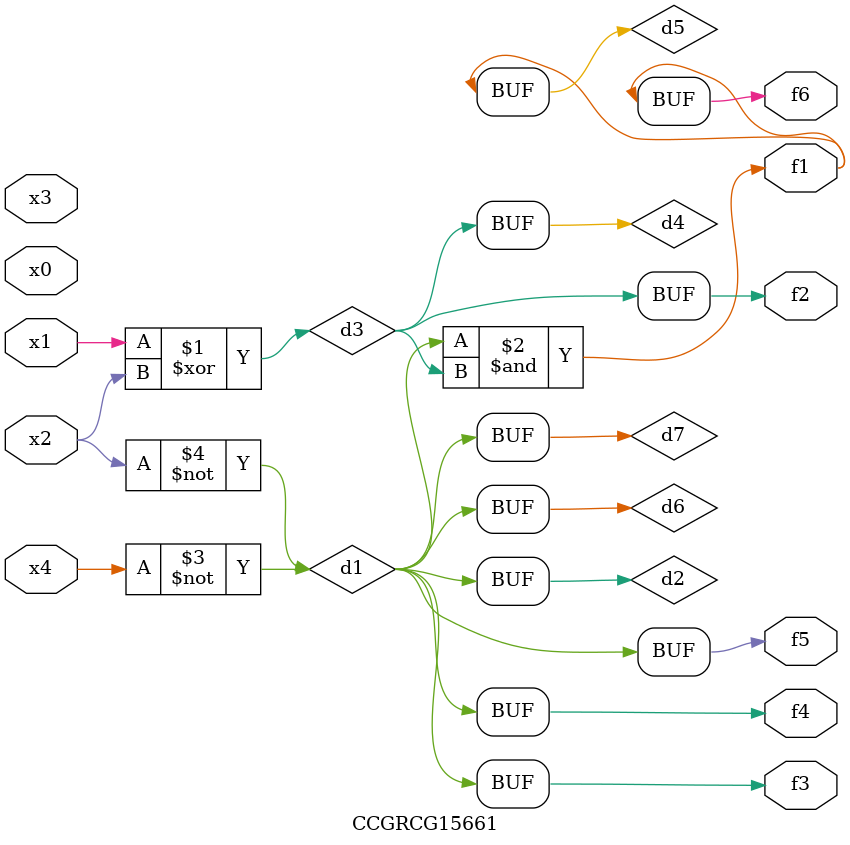
<source format=v>
module CCGRCG15661(
	input x0, x1, x2, x3, x4,
	output f1, f2, f3, f4, f5, f6
);

	wire d1, d2, d3, d4, d5, d6, d7;

	not (d1, x4);
	not (d2, x2);
	xor (d3, x1, x2);
	buf (d4, d3);
	and (d5, d1, d3);
	buf (d6, d1, d2);
	buf (d7, d2);
	assign f1 = d5;
	assign f2 = d4;
	assign f3 = d7;
	assign f4 = d7;
	assign f5 = d7;
	assign f6 = d5;
endmodule

</source>
